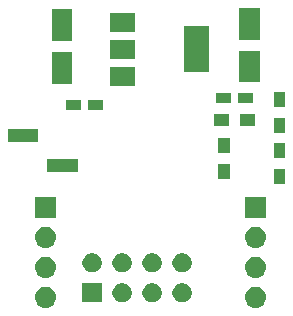
<source format=gbr>
G04 #@! TF.GenerationSoftware,KiCad,Pcbnew,(5.1.2)-2*
G04 #@! TF.CreationDate,2023-04-24T21:20:06-05:00*
G04 #@! TF.ProjectId,nrf24l01breakout,6e726632-346c-4303-9162-7265616b6f75,V0.1*
G04 #@! TF.SameCoordinates,Original*
G04 #@! TF.FileFunction,Soldermask,Top*
G04 #@! TF.FilePolarity,Negative*
%FSLAX46Y46*%
G04 Gerber Fmt 4.6, Leading zero omitted, Abs format (unit mm)*
G04 Created by KiCad (PCBNEW (5.1.2)-2) date 2023-04-24 21:20:06*
%MOMM*%
%LPD*%
G04 APERTURE LIST*
%ADD10C,0.100000*%
G04 APERTURE END LIST*
D10*
G36*
X137778442Y-104261518D02*
G01*
X137844627Y-104268037D01*
X138014466Y-104319557D01*
X138170991Y-104403222D01*
X138206729Y-104432552D01*
X138308186Y-104515814D01*
X138391448Y-104617271D01*
X138420778Y-104653009D01*
X138504443Y-104809534D01*
X138555963Y-104979373D01*
X138573359Y-105156000D01*
X138555963Y-105332627D01*
X138504443Y-105502466D01*
X138420778Y-105658991D01*
X138391448Y-105694729D01*
X138308186Y-105796186D01*
X138206729Y-105879448D01*
X138170991Y-105908778D01*
X138014466Y-105992443D01*
X137844627Y-106043963D01*
X137778442Y-106050482D01*
X137712260Y-106057000D01*
X137623740Y-106057000D01*
X137557558Y-106050482D01*
X137491373Y-106043963D01*
X137321534Y-105992443D01*
X137165009Y-105908778D01*
X137129271Y-105879448D01*
X137027814Y-105796186D01*
X136944552Y-105694729D01*
X136915222Y-105658991D01*
X136831557Y-105502466D01*
X136780037Y-105332627D01*
X136762641Y-105156000D01*
X136780037Y-104979373D01*
X136831557Y-104809534D01*
X136915222Y-104653009D01*
X136944552Y-104617271D01*
X137027814Y-104515814D01*
X137129271Y-104432552D01*
X137165009Y-104403222D01*
X137321534Y-104319557D01*
X137491373Y-104268037D01*
X137557558Y-104261518D01*
X137623740Y-104255000D01*
X137712260Y-104255000D01*
X137778442Y-104261518D01*
X137778442Y-104261518D01*
G37*
G36*
X119998442Y-104261518D02*
G01*
X120064627Y-104268037D01*
X120234466Y-104319557D01*
X120390991Y-104403222D01*
X120426729Y-104432552D01*
X120528186Y-104515814D01*
X120611448Y-104617271D01*
X120640778Y-104653009D01*
X120724443Y-104809534D01*
X120775963Y-104979373D01*
X120793359Y-105156000D01*
X120775963Y-105332627D01*
X120724443Y-105502466D01*
X120640778Y-105658991D01*
X120611448Y-105694729D01*
X120528186Y-105796186D01*
X120426729Y-105879448D01*
X120390991Y-105908778D01*
X120234466Y-105992443D01*
X120064627Y-106043963D01*
X119998442Y-106050482D01*
X119932260Y-106057000D01*
X119843740Y-106057000D01*
X119777558Y-106050482D01*
X119711373Y-106043963D01*
X119541534Y-105992443D01*
X119385009Y-105908778D01*
X119349271Y-105879448D01*
X119247814Y-105796186D01*
X119164552Y-105694729D01*
X119135222Y-105658991D01*
X119051557Y-105502466D01*
X119000037Y-105332627D01*
X118982641Y-105156000D01*
X119000037Y-104979373D01*
X119051557Y-104809534D01*
X119135222Y-104653009D01*
X119164552Y-104617271D01*
X119247814Y-104515814D01*
X119349271Y-104432552D01*
X119385009Y-104403222D01*
X119541534Y-104319557D01*
X119711373Y-104268037D01*
X119777558Y-104261518D01*
X119843740Y-104255000D01*
X119932260Y-104255000D01*
X119998442Y-104261518D01*
X119998442Y-104261518D01*
G37*
G36*
X124638000Y-105588000D02*
G01*
X123012000Y-105588000D01*
X123012000Y-103962000D01*
X124638000Y-103962000D01*
X124638000Y-105588000D01*
X124638000Y-105588000D01*
G37*
G36*
X129142142Y-103993242D02*
G01*
X129290101Y-104054529D01*
X129423255Y-104143499D01*
X129536501Y-104256745D01*
X129625471Y-104389899D01*
X129686758Y-104537858D01*
X129718000Y-104694925D01*
X129718000Y-104855075D01*
X129686758Y-105012142D01*
X129625471Y-105160101D01*
X129536501Y-105293255D01*
X129423255Y-105406501D01*
X129290101Y-105495471D01*
X129142142Y-105556758D01*
X128985075Y-105588000D01*
X128824925Y-105588000D01*
X128667858Y-105556758D01*
X128519899Y-105495471D01*
X128386745Y-105406501D01*
X128273499Y-105293255D01*
X128184529Y-105160101D01*
X128123242Y-105012142D01*
X128092000Y-104855075D01*
X128092000Y-104694925D01*
X128123242Y-104537858D01*
X128184529Y-104389899D01*
X128273499Y-104256745D01*
X128386745Y-104143499D01*
X128519899Y-104054529D01*
X128667858Y-103993242D01*
X128824925Y-103962000D01*
X128985075Y-103962000D01*
X129142142Y-103993242D01*
X129142142Y-103993242D01*
G37*
G36*
X131682142Y-103993242D02*
G01*
X131830101Y-104054529D01*
X131963255Y-104143499D01*
X132076501Y-104256745D01*
X132165471Y-104389899D01*
X132226758Y-104537858D01*
X132258000Y-104694925D01*
X132258000Y-104855075D01*
X132226758Y-105012142D01*
X132165471Y-105160101D01*
X132076501Y-105293255D01*
X131963255Y-105406501D01*
X131830101Y-105495471D01*
X131682142Y-105556758D01*
X131525075Y-105588000D01*
X131364925Y-105588000D01*
X131207858Y-105556758D01*
X131059899Y-105495471D01*
X130926745Y-105406501D01*
X130813499Y-105293255D01*
X130724529Y-105160101D01*
X130663242Y-105012142D01*
X130632000Y-104855075D01*
X130632000Y-104694925D01*
X130663242Y-104537858D01*
X130724529Y-104389899D01*
X130813499Y-104256745D01*
X130926745Y-104143499D01*
X131059899Y-104054529D01*
X131207858Y-103993242D01*
X131364925Y-103962000D01*
X131525075Y-103962000D01*
X131682142Y-103993242D01*
X131682142Y-103993242D01*
G37*
G36*
X126602142Y-103993242D02*
G01*
X126750101Y-104054529D01*
X126883255Y-104143499D01*
X126996501Y-104256745D01*
X127085471Y-104389899D01*
X127146758Y-104537858D01*
X127178000Y-104694925D01*
X127178000Y-104855075D01*
X127146758Y-105012142D01*
X127085471Y-105160101D01*
X126996501Y-105293255D01*
X126883255Y-105406501D01*
X126750101Y-105495471D01*
X126602142Y-105556758D01*
X126445075Y-105588000D01*
X126284925Y-105588000D01*
X126127858Y-105556758D01*
X125979899Y-105495471D01*
X125846745Y-105406501D01*
X125733499Y-105293255D01*
X125644529Y-105160101D01*
X125583242Y-105012142D01*
X125552000Y-104855075D01*
X125552000Y-104694925D01*
X125583242Y-104537858D01*
X125644529Y-104389899D01*
X125733499Y-104256745D01*
X125846745Y-104143499D01*
X125979899Y-104054529D01*
X126127858Y-103993242D01*
X126284925Y-103962000D01*
X126445075Y-103962000D01*
X126602142Y-103993242D01*
X126602142Y-103993242D01*
G37*
G36*
X137778443Y-101721519D02*
G01*
X137844627Y-101728037D01*
X138014466Y-101779557D01*
X138170991Y-101863222D01*
X138206729Y-101892552D01*
X138308186Y-101975814D01*
X138391448Y-102077271D01*
X138420778Y-102113009D01*
X138504443Y-102269534D01*
X138555963Y-102439373D01*
X138573359Y-102616000D01*
X138555963Y-102792627D01*
X138504443Y-102962466D01*
X138420778Y-103118991D01*
X138391448Y-103154729D01*
X138308186Y-103256186D01*
X138206729Y-103339448D01*
X138170991Y-103368778D01*
X138014466Y-103452443D01*
X137844627Y-103503963D01*
X137778443Y-103510481D01*
X137712260Y-103517000D01*
X137623740Y-103517000D01*
X137557558Y-103510482D01*
X137491373Y-103503963D01*
X137321534Y-103452443D01*
X137165009Y-103368778D01*
X137129271Y-103339448D01*
X137027814Y-103256186D01*
X136944552Y-103154729D01*
X136915222Y-103118991D01*
X136831557Y-102962466D01*
X136780037Y-102792627D01*
X136762641Y-102616000D01*
X136780037Y-102439373D01*
X136831557Y-102269534D01*
X136915222Y-102113009D01*
X136944552Y-102077271D01*
X137027814Y-101975814D01*
X137129271Y-101892552D01*
X137165009Y-101863222D01*
X137321534Y-101779557D01*
X137491373Y-101728037D01*
X137557558Y-101721518D01*
X137623740Y-101715000D01*
X137712260Y-101715000D01*
X137778443Y-101721519D01*
X137778443Y-101721519D01*
G37*
G36*
X119998443Y-101721519D02*
G01*
X120064627Y-101728037D01*
X120234466Y-101779557D01*
X120390991Y-101863222D01*
X120426729Y-101892552D01*
X120528186Y-101975814D01*
X120611448Y-102077271D01*
X120640778Y-102113009D01*
X120724443Y-102269534D01*
X120775963Y-102439373D01*
X120793359Y-102616000D01*
X120775963Y-102792627D01*
X120724443Y-102962466D01*
X120640778Y-103118991D01*
X120611448Y-103154729D01*
X120528186Y-103256186D01*
X120426729Y-103339448D01*
X120390991Y-103368778D01*
X120234466Y-103452443D01*
X120064627Y-103503963D01*
X119998443Y-103510481D01*
X119932260Y-103517000D01*
X119843740Y-103517000D01*
X119777558Y-103510482D01*
X119711373Y-103503963D01*
X119541534Y-103452443D01*
X119385009Y-103368778D01*
X119349271Y-103339448D01*
X119247814Y-103256186D01*
X119164552Y-103154729D01*
X119135222Y-103118991D01*
X119051557Y-102962466D01*
X119000037Y-102792627D01*
X118982641Y-102616000D01*
X119000037Y-102439373D01*
X119051557Y-102269534D01*
X119135222Y-102113009D01*
X119164552Y-102077271D01*
X119247814Y-101975814D01*
X119349271Y-101892552D01*
X119385009Y-101863222D01*
X119541534Y-101779557D01*
X119711373Y-101728037D01*
X119777558Y-101721518D01*
X119843740Y-101715000D01*
X119932260Y-101715000D01*
X119998443Y-101721519D01*
X119998443Y-101721519D01*
G37*
G36*
X131682142Y-101453242D02*
G01*
X131830101Y-101514529D01*
X131963255Y-101603499D01*
X132076501Y-101716745D01*
X132165471Y-101849899D01*
X132226758Y-101997858D01*
X132258000Y-102154925D01*
X132258000Y-102315075D01*
X132226758Y-102472142D01*
X132165471Y-102620101D01*
X132076501Y-102753255D01*
X131963255Y-102866501D01*
X131830101Y-102955471D01*
X131682142Y-103016758D01*
X131525075Y-103048000D01*
X131364925Y-103048000D01*
X131207858Y-103016758D01*
X131059899Y-102955471D01*
X130926745Y-102866501D01*
X130813499Y-102753255D01*
X130724529Y-102620101D01*
X130663242Y-102472142D01*
X130632000Y-102315075D01*
X130632000Y-102154925D01*
X130663242Y-101997858D01*
X130724529Y-101849899D01*
X130813499Y-101716745D01*
X130926745Y-101603499D01*
X131059899Y-101514529D01*
X131207858Y-101453242D01*
X131364925Y-101422000D01*
X131525075Y-101422000D01*
X131682142Y-101453242D01*
X131682142Y-101453242D01*
G37*
G36*
X124062142Y-101453242D02*
G01*
X124210101Y-101514529D01*
X124343255Y-101603499D01*
X124456501Y-101716745D01*
X124545471Y-101849899D01*
X124606758Y-101997858D01*
X124638000Y-102154925D01*
X124638000Y-102315075D01*
X124606758Y-102472142D01*
X124545471Y-102620101D01*
X124456501Y-102753255D01*
X124343255Y-102866501D01*
X124210101Y-102955471D01*
X124062142Y-103016758D01*
X123905075Y-103048000D01*
X123744925Y-103048000D01*
X123587858Y-103016758D01*
X123439899Y-102955471D01*
X123306745Y-102866501D01*
X123193499Y-102753255D01*
X123104529Y-102620101D01*
X123043242Y-102472142D01*
X123012000Y-102315075D01*
X123012000Y-102154925D01*
X123043242Y-101997858D01*
X123104529Y-101849899D01*
X123193499Y-101716745D01*
X123306745Y-101603499D01*
X123439899Y-101514529D01*
X123587858Y-101453242D01*
X123744925Y-101422000D01*
X123905075Y-101422000D01*
X124062142Y-101453242D01*
X124062142Y-101453242D01*
G37*
G36*
X126602142Y-101453242D02*
G01*
X126750101Y-101514529D01*
X126883255Y-101603499D01*
X126996501Y-101716745D01*
X127085471Y-101849899D01*
X127146758Y-101997858D01*
X127178000Y-102154925D01*
X127178000Y-102315075D01*
X127146758Y-102472142D01*
X127085471Y-102620101D01*
X126996501Y-102753255D01*
X126883255Y-102866501D01*
X126750101Y-102955471D01*
X126602142Y-103016758D01*
X126445075Y-103048000D01*
X126284925Y-103048000D01*
X126127858Y-103016758D01*
X125979899Y-102955471D01*
X125846745Y-102866501D01*
X125733499Y-102753255D01*
X125644529Y-102620101D01*
X125583242Y-102472142D01*
X125552000Y-102315075D01*
X125552000Y-102154925D01*
X125583242Y-101997858D01*
X125644529Y-101849899D01*
X125733499Y-101716745D01*
X125846745Y-101603499D01*
X125979899Y-101514529D01*
X126127858Y-101453242D01*
X126284925Y-101422000D01*
X126445075Y-101422000D01*
X126602142Y-101453242D01*
X126602142Y-101453242D01*
G37*
G36*
X129142142Y-101453242D02*
G01*
X129290101Y-101514529D01*
X129423255Y-101603499D01*
X129536501Y-101716745D01*
X129625471Y-101849899D01*
X129686758Y-101997858D01*
X129718000Y-102154925D01*
X129718000Y-102315075D01*
X129686758Y-102472142D01*
X129625471Y-102620101D01*
X129536501Y-102753255D01*
X129423255Y-102866501D01*
X129290101Y-102955471D01*
X129142142Y-103016758D01*
X128985075Y-103048000D01*
X128824925Y-103048000D01*
X128667858Y-103016758D01*
X128519899Y-102955471D01*
X128386745Y-102866501D01*
X128273499Y-102753255D01*
X128184529Y-102620101D01*
X128123242Y-102472142D01*
X128092000Y-102315075D01*
X128092000Y-102154925D01*
X128123242Y-101997858D01*
X128184529Y-101849899D01*
X128273499Y-101716745D01*
X128386745Y-101603499D01*
X128519899Y-101514529D01*
X128667858Y-101453242D01*
X128824925Y-101422000D01*
X128985075Y-101422000D01*
X129142142Y-101453242D01*
X129142142Y-101453242D01*
G37*
G36*
X137778442Y-99181518D02*
G01*
X137844627Y-99188037D01*
X138014466Y-99239557D01*
X138170991Y-99323222D01*
X138206729Y-99352552D01*
X138308186Y-99435814D01*
X138391448Y-99537271D01*
X138420778Y-99573009D01*
X138504443Y-99729534D01*
X138555963Y-99899373D01*
X138573359Y-100076000D01*
X138555963Y-100252627D01*
X138504443Y-100422466D01*
X138420778Y-100578991D01*
X138391448Y-100614729D01*
X138308186Y-100716186D01*
X138206729Y-100799448D01*
X138170991Y-100828778D01*
X138014466Y-100912443D01*
X137844627Y-100963963D01*
X137778442Y-100970482D01*
X137712260Y-100977000D01*
X137623740Y-100977000D01*
X137557558Y-100970482D01*
X137491373Y-100963963D01*
X137321534Y-100912443D01*
X137165009Y-100828778D01*
X137129271Y-100799448D01*
X137027814Y-100716186D01*
X136944552Y-100614729D01*
X136915222Y-100578991D01*
X136831557Y-100422466D01*
X136780037Y-100252627D01*
X136762641Y-100076000D01*
X136780037Y-99899373D01*
X136831557Y-99729534D01*
X136915222Y-99573009D01*
X136944552Y-99537271D01*
X137027814Y-99435814D01*
X137129271Y-99352552D01*
X137165009Y-99323222D01*
X137321534Y-99239557D01*
X137491373Y-99188037D01*
X137557558Y-99181518D01*
X137623740Y-99175000D01*
X137712260Y-99175000D01*
X137778442Y-99181518D01*
X137778442Y-99181518D01*
G37*
G36*
X119998442Y-99181518D02*
G01*
X120064627Y-99188037D01*
X120234466Y-99239557D01*
X120390991Y-99323222D01*
X120426729Y-99352552D01*
X120528186Y-99435814D01*
X120611448Y-99537271D01*
X120640778Y-99573009D01*
X120724443Y-99729534D01*
X120775963Y-99899373D01*
X120793359Y-100076000D01*
X120775963Y-100252627D01*
X120724443Y-100422466D01*
X120640778Y-100578991D01*
X120611448Y-100614729D01*
X120528186Y-100716186D01*
X120426729Y-100799448D01*
X120390991Y-100828778D01*
X120234466Y-100912443D01*
X120064627Y-100963963D01*
X119998442Y-100970482D01*
X119932260Y-100977000D01*
X119843740Y-100977000D01*
X119777558Y-100970482D01*
X119711373Y-100963963D01*
X119541534Y-100912443D01*
X119385009Y-100828778D01*
X119349271Y-100799448D01*
X119247814Y-100716186D01*
X119164552Y-100614729D01*
X119135222Y-100578991D01*
X119051557Y-100422466D01*
X119000037Y-100252627D01*
X118982641Y-100076000D01*
X119000037Y-99899373D01*
X119051557Y-99729534D01*
X119135222Y-99573009D01*
X119164552Y-99537271D01*
X119247814Y-99435814D01*
X119349271Y-99352552D01*
X119385009Y-99323222D01*
X119541534Y-99239557D01*
X119711373Y-99188037D01*
X119777558Y-99181518D01*
X119843740Y-99175000D01*
X119932260Y-99175000D01*
X119998442Y-99181518D01*
X119998442Y-99181518D01*
G37*
G36*
X138569000Y-98437000D02*
G01*
X136767000Y-98437000D01*
X136767000Y-96635000D01*
X138569000Y-96635000D01*
X138569000Y-98437000D01*
X138569000Y-98437000D01*
G37*
G36*
X120789000Y-98437000D02*
G01*
X118987000Y-98437000D01*
X118987000Y-96635000D01*
X120789000Y-96635000D01*
X120789000Y-98437000D01*
X120789000Y-98437000D01*
G37*
G36*
X140201000Y-95561000D02*
G01*
X139199000Y-95561000D01*
X139199000Y-94259000D01*
X140201000Y-94259000D01*
X140201000Y-95561000D01*
X140201000Y-95561000D01*
G37*
G36*
X135502000Y-95139000D02*
G01*
X134500000Y-95139000D01*
X134500000Y-93837000D01*
X135502000Y-93837000D01*
X135502000Y-95139000D01*
X135502000Y-95139000D01*
G37*
G36*
X122595000Y-94531000D02*
G01*
X119983000Y-94531000D01*
X119983000Y-93429000D01*
X122595000Y-93429000D01*
X122595000Y-94531000D01*
X122595000Y-94531000D01*
G37*
G36*
X140201000Y-93361000D02*
G01*
X139199000Y-93361000D01*
X139199000Y-92059000D01*
X140201000Y-92059000D01*
X140201000Y-93361000D01*
X140201000Y-93361000D01*
G37*
G36*
X135502000Y-92939000D02*
G01*
X134500000Y-92939000D01*
X134500000Y-91637000D01*
X135502000Y-91637000D01*
X135502000Y-92939000D01*
X135502000Y-92939000D01*
G37*
G36*
X119285000Y-91991000D02*
G01*
X116673000Y-91991000D01*
X116673000Y-90889000D01*
X119285000Y-90889000D01*
X119285000Y-91991000D01*
X119285000Y-91991000D01*
G37*
G36*
X140201000Y-91286000D02*
G01*
X139199000Y-91286000D01*
X139199000Y-89984000D01*
X140201000Y-89984000D01*
X140201000Y-91286000D01*
X140201000Y-91286000D01*
G37*
G36*
X137641000Y-90671000D02*
G01*
X136339000Y-90671000D01*
X136339000Y-89669000D01*
X137641000Y-89669000D01*
X137641000Y-90671000D01*
X137641000Y-90671000D01*
G37*
G36*
X135441000Y-90671000D02*
G01*
X134139000Y-90671000D01*
X134139000Y-89669000D01*
X135441000Y-89669000D01*
X135441000Y-90671000D01*
X135441000Y-90671000D01*
G37*
G36*
X124791000Y-89326000D02*
G01*
X123489000Y-89326000D01*
X123489000Y-88474000D01*
X124791000Y-88474000D01*
X124791000Y-89326000D01*
X124791000Y-89326000D01*
G37*
G36*
X122891000Y-89326000D02*
G01*
X121589000Y-89326000D01*
X121589000Y-88474000D01*
X122891000Y-88474000D01*
X122891000Y-89326000D01*
X122891000Y-89326000D01*
G37*
G36*
X140201000Y-89086000D02*
G01*
X139199000Y-89086000D01*
X139199000Y-87784000D01*
X140201000Y-87784000D01*
X140201000Y-89086000D01*
X140201000Y-89086000D01*
G37*
G36*
X137491000Y-88691000D02*
G01*
X136189000Y-88691000D01*
X136189000Y-87839000D01*
X137491000Y-87839000D01*
X137491000Y-88691000D01*
X137491000Y-88691000D01*
G37*
G36*
X135591000Y-88691000D02*
G01*
X134289000Y-88691000D01*
X134289000Y-87839000D01*
X135591000Y-87839000D01*
X135591000Y-88691000D01*
X135591000Y-88691000D01*
G37*
G36*
X127441000Y-87276000D02*
G01*
X125339000Y-87276000D01*
X125339000Y-85674000D01*
X127441000Y-85674000D01*
X127441000Y-87276000D01*
X127441000Y-87276000D01*
G37*
G36*
X122136000Y-87076000D02*
G01*
X120434000Y-87076000D01*
X120434000Y-84374000D01*
X122136000Y-84374000D01*
X122136000Y-87076000D01*
X122136000Y-87076000D01*
G37*
G36*
X138011000Y-86971000D02*
G01*
X136309000Y-86971000D01*
X136309000Y-84269000D01*
X138011000Y-84269000D01*
X138011000Y-86971000D01*
X138011000Y-86971000D01*
G37*
G36*
X133741000Y-86126000D02*
G01*
X131639000Y-86126000D01*
X131639000Y-82224000D01*
X133741000Y-82224000D01*
X133741000Y-86126000D01*
X133741000Y-86126000D01*
G37*
G36*
X127441000Y-84976000D02*
G01*
X125339000Y-84976000D01*
X125339000Y-83374000D01*
X127441000Y-83374000D01*
X127441000Y-84976000D01*
X127441000Y-84976000D01*
G37*
G36*
X122136000Y-83476000D02*
G01*
X120434000Y-83476000D01*
X120434000Y-80774000D01*
X122136000Y-80774000D01*
X122136000Y-83476000D01*
X122136000Y-83476000D01*
G37*
G36*
X138011000Y-83371000D02*
G01*
X136309000Y-83371000D01*
X136309000Y-80669000D01*
X138011000Y-80669000D01*
X138011000Y-83371000D01*
X138011000Y-83371000D01*
G37*
G36*
X127441000Y-82676000D02*
G01*
X125339000Y-82676000D01*
X125339000Y-81074000D01*
X127441000Y-81074000D01*
X127441000Y-82676000D01*
X127441000Y-82676000D01*
G37*
M02*

</source>
